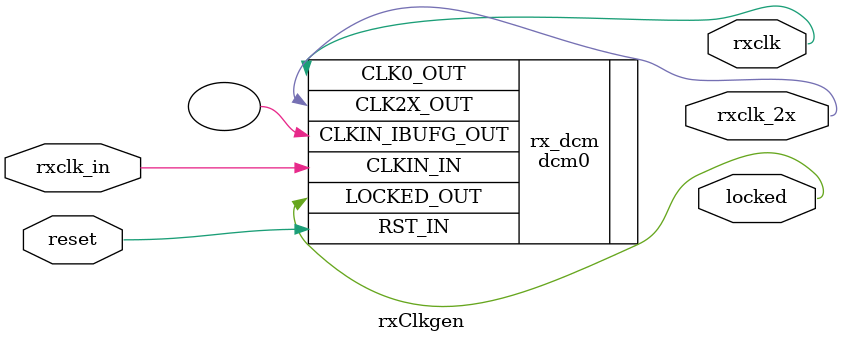
<source format=v>
`timescale 100ps / 10ps
module rxClkgen(rxclk_in, reset, rxclk, rxclk_2x, locked);
    input rxclk_in;
    input reset;
	 output rxclk;
	 output rxclk_2x;
	 output locked;

	 dcm0 rx_dcm(.CLKIN_IN(rxclk_in), 
                .RST_IN(reset), 
                .CLKIN_IBUFG_OUT(), 
                .CLK0_OUT(rxclk), 	
					 .CLK2X_OUT(rxclk_2x), 
                .LOCKED_OUT(locked)
					 );

endmodule

</source>
